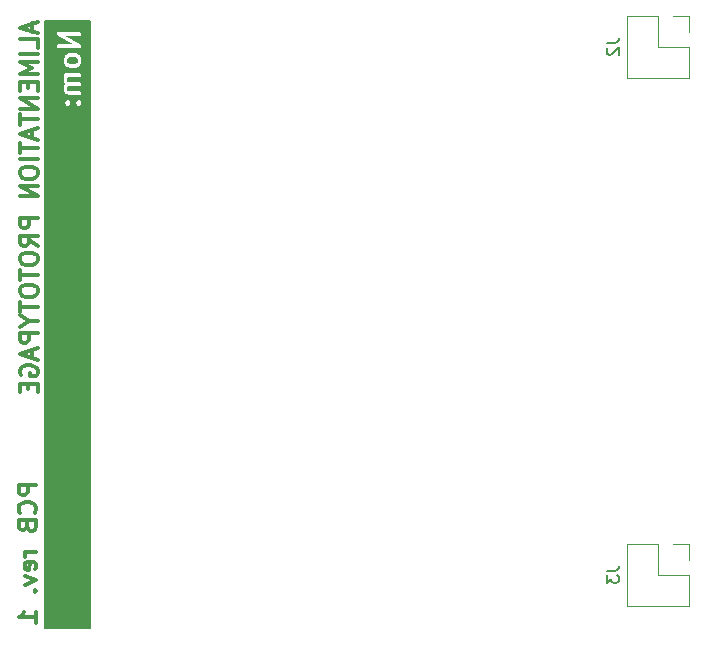
<source format=gbr>
%TF.GenerationSoftware,KiCad,Pcbnew,7.0.2*%
%TF.CreationDate,2023-05-18T12:22:54-04:00*%
%TF.ProjectId,breadboard_psu,62726561-6462-46f6-9172-645f7073752e,A*%
%TF.SameCoordinates,Original*%
%TF.FileFunction,Legend,Bot*%
%TF.FilePolarity,Positive*%
%FSLAX46Y46*%
G04 Gerber Fmt 4.6, Leading zero omitted, Abs format (unit mm)*
G04 Created by KiCad (PCBNEW 7.0.2) date 2023-05-18 12:22:54*
%MOMM*%
%LPD*%
G01*
G04 APERTURE LIST*
%ADD10C,0.300000*%
%ADD11C,0.304800*%
%ADD12C,0.150000*%
%ADD13C,0.120000*%
G04 APERTURE END LIST*
D10*
X94064328Y-109991429D02*
X92564328Y-109991429D01*
X92564328Y-109991429D02*
X92564328Y-110562858D01*
X92564328Y-110562858D02*
X92635757Y-110705715D01*
X92635757Y-110705715D02*
X92707185Y-110777144D01*
X92707185Y-110777144D02*
X92850042Y-110848572D01*
X92850042Y-110848572D02*
X93064328Y-110848572D01*
X93064328Y-110848572D02*
X93207185Y-110777144D01*
X93207185Y-110777144D02*
X93278614Y-110705715D01*
X93278614Y-110705715D02*
X93350042Y-110562858D01*
X93350042Y-110562858D02*
X93350042Y-109991429D01*
X93921471Y-112348572D02*
X93992900Y-112277144D01*
X93992900Y-112277144D02*
X94064328Y-112062858D01*
X94064328Y-112062858D02*
X94064328Y-111920001D01*
X94064328Y-111920001D02*
X93992900Y-111705715D01*
X93992900Y-111705715D02*
X93850042Y-111562858D01*
X93850042Y-111562858D02*
X93707185Y-111491429D01*
X93707185Y-111491429D02*
X93421471Y-111420001D01*
X93421471Y-111420001D02*
X93207185Y-111420001D01*
X93207185Y-111420001D02*
X92921471Y-111491429D01*
X92921471Y-111491429D02*
X92778614Y-111562858D01*
X92778614Y-111562858D02*
X92635757Y-111705715D01*
X92635757Y-111705715D02*
X92564328Y-111920001D01*
X92564328Y-111920001D02*
X92564328Y-112062858D01*
X92564328Y-112062858D02*
X92635757Y-112277144D01*
X92635757Y-112277144D02*
X92707185Y-112348572D01*
X93278614Y-113491429D02*
X93350042Y-113705715D01*
X93350042Y-113705715D02*
X93421471Y-113777144D01*
X93421471Y-113777144D02*
X93564328Y-113848572D01*
X93564328Y-113848572D02*
X93778614Y-113848572D01*
X93778614Y-113848572D02*
X93921471Y-113777144D01*
X93921471Y-113777144D02*
X93992900Y-113705715D01*
X93992900Y-113705715D02*
X94064328Y-113562858D01*
X94064328Y-113562858D02*
X94064328Y-112991429D01*
X94064328Y-112991429D02*
X92564328Y-112991429D01*
X92564328Y-112991429D02*
X92564328Y-113491429D01*
X92564328Y-113491429D02*
X92635757Y-113634287D01*
X92635757Y-113634287D02*
X92707185Y-113705715D01*
X92707185Y-113705715D02*
X92850042Y-113777144D01*
X92850042Y-113777144D02*
X92992900Y-113777144D01*
X92992900Y-113777144D02*
X93135757Y-113705715D01*
X93135757Y-113705715D02*
X93207185Y-113634287D01*
X93207185Y-113634287D02*
X93278614Y-113491429D01*
X93278614Y-113491429D02*
X93278614Y-112991429D01*
X94064328Y-115634286D02*
X93064328Y-115634286D01*
X93350042Y-115634286D02*
X93207185Y-115705715D01*
X93207185Y-115705715D02*
X93135757Y-115777144D01*
X93135757Y-115777144D02*
X93064328Y-115920001D01*
X93064328Y-115920001D02*
X93064328Y-116062858D01*
X93992900Y-117134286D02*
X94064328Y-116991429D01*
X94064328Y-116991429D02*
X94064328Y-116705715D01*
X94064328Y-116705715D02*
X93992900Y-116562857D01*
X93992900Y-116562857D02*
X93850042Y-116491429D01*
X93850042Y-116491429D02*
X93278614Y-116491429D01*
X93278614Y-116491429D02*
X93135757Y-116562857D01*
X93135757Y-116562857D02*
X93064328Y-116705715D01*
X93064328Y-116705715D02*
X93064328Y-116991429D01*
X93064328Y-116991429D02*
X93135757Y-117134286D01*
X93135757Y-117134286D02*
X93278614Y-117205715D01*
X93278614Y-117205715D02*
X93421471Y-117205715D01*
X93421471Y-117205715D02*
X93564328Y-116491429D01*
X93064328Y-117705714D02*
X94064328Y-118062857D01*
X94064328Y-118062857D02*
X93064328Y-118420000D01*
X93921471Y-118991428D02*
X93992900Y-119062857D01*
X93992900Y-119062857D02*
X94064328Y-118991428D01*
X94064328Y-118991428D02*
X93992900Y-118920000D01*
X93992900Y-118920000D02*
X93921471Y-118991428D01*
X93921471Y-118991428D02*
X94064328Y-118991428D01*
X94064328Y-121634286D02*
X94064328Y-120777143D01*
X94064328Y-121205714D02*
X92564328Y-121205714D01*
X92564328Y-121205714D02*
X92778614Y-121062857D01*
X92778614Y-121062857D02*
X92921471Y-120920000D01*
X92921471Y-120920000D02*
X92992900Y-120777143D01*
D11*
G36*
X97465198Y-73785250D02*
G01*
X97514890Y-73834942D01*
X97572407Y-73949975D01*
X97572407Y-74132022D01*
X97514890Y-74247057D01*
X97465198Y-74296749D01*
X97350165Y-74354267D01*
X96914117Y-74354267D01*
X96799083Y-74296749D01*
X96749390Y-74247056D01*
X96691874Y-74132023D01*
X96691874Y-73949976D01*
X96749391Y-73834942D01*
X96799083Y-73785250D01*
X96914117Y-73727733D01*
X97350164Y-73727733D01*
X97465198Y-73785250D01*
G37*
G36*
X98653600Y-79180268D02*
G01*
X94691200Y-79180268D01*
X94691200Y-77628002D01*
X96465712Y-77628002D01*
X96469379Y-77644861D01*
X96466924Y-77661938D01*
X96474091Y-77677632D01*
X96475322Y-77694841D01*
X96482270Y-77704122D01*
X96484735Y-77715454D01*
X96496934Y-77727654D01*
X96504102Y-77743348D01*
X96518617Y-77752676D01*
X96528956Y-77766487D01*
X96539819Y-77770538D01*
X96593336Y-77824055D01*
X96613621Y-77851154D01*
X96645333Y-77862982D01*
X96675043Y-77879205D01*
X96686611Y-77878377D01*
X96697476Y-77882430D01*
X96730547Y-77875235D01*
X96764313Y-77872821D01*
X96773597Y-77865870D01*
X96784928Y-77863406D01*
X96808860Y-77839473D01*
X96835959Y-77819188D01*
X96840012Y-77808321D01*
X96873731Y-77774602D01*
X96879346Y-77772954D01*
X96897922Y-77751515D01*
X96920626Y-77734520D01*
X96926655Y-77718355D01*
X96937954Y-77705316D01*
X96940409Y-77688240D01*
X96948678Y-77673097D01*
X96947850Y-77661529D01*
X96951903Y-77650665D01*
X96948235Y-77633806D01*
X96949070Y-77628003D01*
X97397045Y-77628003D01*
X97400712Y-77644861D01*
X97398257Y-77661938D01*
X97405424Y-77677632D01*
X97406655Y-77694840D01*
X97413603Y-77704122D01*
X97416069Y-77715455D01*
X97428267Y-77727653D01*
X97435435Y-77743348D01*
X97449949Y-77752675D01*
X97460288Y-77766487D01*
X97471153Y-77770539D01*
X97524672Y-77824058D01*
X97544956Y-77851154D01*
X97576667Y-77862981D01*
X97606378Y-77879205D01*
X97617945Y-77878377D01*
X97628811Y-77882430D01*
X97661887Y-77875234D01*
X97695647Y-77872820D01*
X97704929Y-77865871D01*
X97716263Y-77863406D01*
X97740201Y-77839467D01*
X97767293Y-77819187D01*
X97771345Y-77808323D01*
X97805065Y-77774602D01*
X97810679Y-77772954D01*
X97829252Y-77751518D01*
X97851959Y-77734521D01*
X97857989Y-77718354D01*
X97869287Y-77705316D01*
X97871742Y-77688241D01*
X97880012Y-77673096D01*
X97879184Y-77661530D01*
X97883237Y-77650667D01*
X97879568Y-77633804D01*
X97882024Y-77616730D01*
X97874857Y-77601036D01*
X97873626Y-77583826D01*
X97866677Y-77574544D01*
X97864213Y-77563214D01*
X97852012Y-77551013D01*
X97844846Y-77535320D01*
X97830331Y-77525992D01*
X97819992Y-77512180D01*
X97809127Y-77508127D01*
X97755607Y-77454606D01*
X97735327Y-77427515D01*
X97703619Y-77415688D01*
X97673905Y-77399463D01*
X97662336Y-77400290D01*
X97651472Y-77396238D01*
X97618395Y-77403433D01*
X97584635Y-77405848D01*
X97575352Y-77412796D01*
X97564020Y-77415262D01*
X97540085Y-77439196D01*
X97512989Y-77459480D01*
X97508936Y-77470345D01*
X97475216Y-77504065D01*
X97469602Y-77505714D01*
X97451027Y-77527150D01*
X97428321Y-77544148D01*
X97422291Y-77560313D01*
X97410994Y-77573352D01*
X97408538Y-77590427D01*
X97400270Y-77605571D01*
X97401097Y-77617138D01*
X97397045Y-77628003D01*
X96949070Y-77628003D01*
X96950691Y-77616730D01*
X96943523Y-77601035D01*
X96942293Y-77583828D01*
X96935344Y-77574545D01*
X96932879Y-77563213D01*
X96920680Y-77551014D01*
X96913513Y-77535320D01*
X96898997Y-77525991D01*
X96888660Y-77512182D01*
X96877795Y-77508129D01*
X96824278Y-77454612D01*
X96803992Y-77427513D01*
X96772274Y-77415682D01*
X96742570Y-77399463D01*
X96731004Y-77400290D01*
X96720138Y-77396237D01*
X96687057Y-77403433D01*
X96653301Y-77405848D01*
X96644018Y-77412796D01*
X96632686Y-77415262D01*
X96608752Y-77439196D01*
X96581654Y-77459481D01*
X96577601Y-77470347D01*
X96543883Y-77504065D01*
X96538269Y-77505714D01*
X96519694Y-77527150D01*
X96496989Y-77544147D01*
X96490959Y-77560312D01*
X96479661Y-77573352D01*
X96477205Y-77590428D01*
X96468937Y-77605572D01*
X96469764Y-77617137D01*
X96465712Y-77628002D01*
X94691200Y-77628002D01*
X94691200Y-76301716D01*
X96381557Y-76301716D01*
X96387074Y-76315018D01*
X96387074Y-76530463D01*
X96383151Y-76566798D01*
X96397079Y-76594654D01*
X96405854Y-76624539D01*
X96416736Y-76633968D01*
X96470466Y-76741428D01*
X96470258Y-76747350D01*
X96490298Y-76781091D01*
X96497630Y-76795754D01*
X96501440Y-76799850D01*
X96515961Y-76824298D01*
X96531328Y-76831981D01*
X96543031Y-76844563D01*
X96570579Y-76851607D01*
X96717980Y-76925308D01*
X96748725Y-76945067D01*
X96779871Y-76945067D01*
X96810523Y-76950583D01*
X96823823Y-76945067D01*
X97746719Y-76945067D01*
X97810679Y-76926287D01*
X97869287Y-76858649D01*
X97882024Y-76770063D01*
X97844846Y-76688653D01*
X97769556Y-76640267D01*
X96829451Y-76640267D01*
X96737733Y-76594407D01*
X96691874Y-76502690D01*
X96691874Y-76320643D01*
X96737733Y-76228926D01*
X96829450Y-76183067D01*
X97746719Y-76183067D01*
X97810679Y-76164287D01*
X97869287Y-76096649D01*
X97882024Y-76008063D01*
X97844846Y-75926653D01*
X97769556Y-75878267D01*
X96829451Y-75878267D01*
X96737733Y-75832407D01*
X96691874Y-75740690D01*
X96691874Y-75558643D01*
X96749391Y-75443609D01*
X96771934Y-75421067D01*
X97746719Y-75421067D01*
X97810679Y-75402287D01*
X97869287Y-75334649D01*
X97882024Y-75246063D01*
X97844846Y-75164653D01*
X97769556Y-75116267D01*
X96736305Y-75116267D01*
X96720138Y-75110237D01*
X96692420Y-75116267D01*
X96517562Y-75116267D01*
X96453602Y-75135047D01*
X96394994Y-75202685D01*
X96382257Y-75291271D01*
X96419435Y-75372681D01*
X96438085Y-75384667D01*
X96406832Y-75447173D01*
X96387074Y-75477918D01*
X96387074Y-75509060D01*
X96381557Y-75539716D01*
X96387074Y-75553018D01*
X96387074Y-75768463D01*
X96383151Y-75804798D01*
X96397079Y-75832654D01*
X96405854Y-75862539D01*
X96416736Y-75871968D01*
X96470466Y-75979428D01*
X96470258Y-75985350D01*
X96490298Y-76019091D01*
X96494599Y-76027692D01*
X96487578Y-76034224D01*
X96480533Y-76061772D01*
X96406832Y-76209173D01*
X96387074Y-76239918D01*
X96387074Y-76271060D01*
X96381557Y-76301716D01*
X94691200Y-76301716D01*
X94691200Y-73931049D01*
X96381557Y-73931049D01*
X96387074Y-73944351D01*
X96387074Y-74159796D01*
X96383151Y-74196131D01*
X96397079Y-74223987D01*
X96405854Y-74253872D01*
X96416736Y-74263301D01*
X96479284Y-74388396D01*
X96484735Y-74413453D01*
X96514431Y-74443150D01*
X96543031Y-74473896D01*
X96545915Y-74474633D01*
X96587532Y-74516251D01*
X96600627Y-74538298D01*
X96638176Y-74557072D01*
X96675043Y-74577204D01*
X96678013Y-74576991D01*
X96802647Y-74639308D01*
X96833392Y-74659067D01*
X96864538Y-74659067D01*
X96895190Y-74664583D01*
X96908490Y-74659067D01*
X97377937Y-74659067D01*
X97414272Y-74662990D01*
X97442128Y-74649061D01*
X97472013Y-74640287D01*
X97481442Y-74629404D01*
X97606539Y-74566855D01*
X97631595Y-74561405D01*
X97661287Y-74531712D01*
X97692037Y-74503110D01*
X97692774Y-74500225D01*
X97734391Y-74458608D01*
X97756440Y-74445513D01*
X97775224Y-74407944D01*
X97795345Y-74371096D01*
X97795132Y-74368126D01*
X97857447Y-74243495D01*
X97877207Y-74212749D01*
X97877207Y-74181605D01*
X97882724Y-74150950D01*
X97877207Y-74137648D01*
X97877207Y-73922204D01*
X97881130Y-73885870D01*
X97867202Y-73858013D01*
X97858427Y-73828128D01*
X97847544Y-73818698D01*
X97784996Y-73693599D01*
X97779546Y-73668546D01*
X97749867Y-73638867D01*
X97721252Y-73608104D01*
X97718366Y-73607366D01*
X97676747Y-73565747D01*
X97663654Y-73543702D01*
X97626098Y-73524923D01*
X97589237Y-73504796D01*
X97586267Y-73505008D01*
X97461634Y-73442691D01*
X97430890Y-73422933D01*
X97399747Y-73422933D01*
X97369092Y-73417416D01*
X97355790Y-73422933D01*
X96886345Y-73422933D01*
X96850010Y-73419010D01*
X96822153Y-73432938D01*
X96792269Y-73441713D01*
X96782839Y-73452595D01*
X96657743Y-73515143D01*
X96632686Y-73520595D01*
X96602996Y-73550284D01*
X96572244Y-73578890D01*
X96571506Y-73581775D01*
X96529888Y-73623393D01*
X96507843Y-73636487D01*
X96489065Y-73674040D01*
X96468937Y-73710905D01*
X96469149Y-73713873D01*
X96406832Y-73838506D01*
X96387074Y-73869251D01*
X96387074Y-73900393D01*
X96381557Y-73931049D01*
X94691200Y-73931049D01*
X94691200Y-72835937D01*
X95789590Y-72835937D01*
X95826768Y-72917347D01*
X95902058Y-72965733D01*
X97706929Y-72965733D01*
X97733070Y-72971952D01*
X97771536Y-72958445D01*
X97810679Y-72946953D01*
X97813481Y-72943718D01*
X97817514Y-72942303D01*
X97842569Y-72910149D01*
X97869287Y-72879315D01*
X97869895Y-72875080D01*
X97872524Y-72871708D01*
X97876219Y-72831099D01*
X97882024Y-72790729D01*
X97880247Y-72786838D01*
X97880635Y-72782579D01*
X97861787Y-72746415D01*
X97844846Y-72709319D01*
X97841247Y-72707006D01*
X97839271Y-72703214D01*
X97803863Y-72682981D01*
X97769556Y-72660933D01*
X97765279Y-72660933D01*
X96520680Y-71949733D01*
X97746719Y-71949733D01*
X97810679Y-71930953D01*
X97869287Y-71863315D01*
X97882024Y-71774729D01*
X97844846Y-71693319D01*
X97769556Y-71644933D01*
X95964686Y-71644933D01*
X95938543Y-71638714D01*
X95900062Y-71652224D01*
X95860935Y-71663713D01*
X95858134Y-71666945D01*
X95854099Y-71668362D01*
X95829031Y-71700532D01*
X95802327Y-71731351D01*
X95801718Y-71735583D01*
X95799090Y-71738957D01*
X95795394Y-71779568D01*
X95789590Y-71819937D01*
X95791366Y-71823827D01*
X95790979Y-71828086D01*
X95809827Y-71864252D01*
X95826768Y-71901347D01*
X95830365Y-71903658D01*
X95832342Y-71907452D01*
X95867757Y-71927689D01*
X95902058Y-71949733D01*
X95906334Y-71949733D01*
X97150935Y-72660933D01*
X95924895Y-72660933D01*
X95860935Y-72679713D01*
X95802327Y-72747351D01*
X95789590Y-72835937D01*
X94691200Y-72835937D01*
X94691200Y-70662800D01*
X98653600Y-70662800D01*
X98653600Y-79180268D01*
G37*
D10*
X93737357Y-70897714D02*
X93737357Y-71612000D01*
X94165928Y-70754857D02*
X92665928Y-71254857D01*
X92665928Y-71254857D02*
X94165928Y-71754857D01*
X94165928Y-72969142D02*
X94165928Y-72254856D01*
X94165928Y-72254856D02*
X92665928Y-72254856D01*
X94165928Y-73469142D02*
X92665928Y-73469142D01*
X94165928Y-74183428D02*
X92665928Y-74183428D01*
X92665928Y-74183428D02*
X93737357Y-74683428D01*
X93737357Y-74683428D02*
X92665928Y-75183428D01*
X92665928Y-75183428D02*
X94165928Y-75183428D01*
X93380214Y-75897714D02*
X93380214Y-76397714D01*
X94165928Y-76612000D02*
X94165928Y-75897714D01*
X94165928Y-75897714D02*
X92665928Y-75897714D01*
X92665928Y-75897714D02*
X92665928Y-76612000D01*
X94165928Y-77254857D02*
X92665928Y-77254857D01*
X92665928Y-77254857D02*
X94165928Y-78112000D01*
X94165928Y-78112000D02*
X92665928Y-78112000D01*
X92665928Y-78612001D02*
X92665928Y-79469144D01*
X94165928Y-79040572D02*
X92665928Y-79040572D01*
X93737357Y-79897715D02*
X93737357Y-80612001D01*
X94165928Y-79754858D02*
X92665928Y-80254858D01*
X92665928Y-80254858D02*
X94165928Y-80754858D01*
X92665928Y-81040572D02*
X92665928Y-81897715D01*
X94165928Y-81469143D02*
X92665928Y-81469143D01*
X94165928Y-82397714D02*
X92665928Y-82397714D01*
X92665928Y-83397715D02*
X92665928Y-83683429D01*
X92665928Y-83683429D02*
X92737357Y-83826286D01*
X92737357Y-83826286D02*
X92880214Y-83969143D01*
X92880214Y-83969143D02*
X93165928Y-84040572D01*
X93165928Y-84040572D02*
X93665928Y-84040572D01*
X93665928Y-84040572D02*
X93951642Y-83969143D01*
X93951642Y-83969143D02*
X94094500Y-83826286D01*
X94094500Y-83826286D02*
X94165928Y-83683429D01*
X94165928Y-83683429D02*
X94165928Y-83397715D01*
X94165928Y-83397715D02*
X94094500Y-83254858D01*
X94094500Y-83254858D02*
X93951642Y-83112000D01*
X93951642Y-83112000D02*
X93665928Y-83040572D01*
X93665928Y-83040572D02*
X93165928Y-83040572D01*
X93165928Y-83040572D02*
X92880214Y-83112000D01*
X92880214Y-83112000D02*
X92737357Y-83254858D01*
X92737357Y-83254858D02*
X92665928Y-83397715D01*
X94165928Y-84683429D02*
X92665928Y-84683429D01*
X92665928Y-84683429D02*
X94165928Y-85540572D01*
X94165928Y-85540572D02*
X92665928Y-85540572D01*
X94165928Y-87397715D02*
X92665928Y-87397715D01*
X92665928Y-87397715D02*
X92665928Y-87969144D01*
X92665928Y-87969144D02*
X92737357Y-88112001D01*
X92737357Y-88112001D02*
X92808785Y-88183430D01*
X92808785Y-88183430D02*
X92951642Y-88254858D01*
X92951642Y-88254858D02*
X93165928Y-88254858D01*
X93165928Y-88254858D02*
X93308785Y-88183430D01*
X93308785Y-88183430D02*
X93380214Y-88112001D01*
X93380214Y-88112001D02*
X93451642Y-87969144D01*
X93451642Y-87969144D02*
X93451642Y-87397715D01*
X94165928Y-89754858D02*
X93451642Y-89254858D01*
X94165928Y-88897715D02*
X92665928Y-88897715D01*
X92665928Y-88897715D02*
X92665928Y-89469144D01*
X92665928Y-89469144D02*
X92737357Y-89612001D01*
X92737357Y-89612001D02*
X92808785Y-89683430D01*
X92808785Y-89683430D02*
X92951642Y-89754858D01*
X92951642Y-89754858D02*
X93165928Y-89754858D01*
X93165928Y-89754858D02*
X93308785Y-89683430D01*
X93308785Y-89683430D02*
X93380214Y-89612001D01*
X93380214Y-89612001D02*
X93451642Y-89469144D01*
X93451642Y-89469144D02*
X93451642Y-88897715D01*
X92665928Y-90683430D02*
X92665928Y-90969144D01*
X92665928Y-90969144D02*
X92737357Y-91112001D01*
X92737357Y-91112001D02*
X92880214Y-91254858D01*
X92880214Y-91254858D02*
X93165928Y-91326287D01*
X93165928Y-91326287D02*
X93665928Y-91326287D01*
X93665928Y-91326287D02*
X93951642Y-91254858D01*
X93951642Y-91254858D02*
X94094500Y-91112001D01*
X94094500Y-91112001D02*
X94165928Y-90969144D01*
X94165928Y-90969144D02*
X94165928Y-90683430D01*
X94165928Y-90683430D02*
X94094500Y-90540573D01*
X94094500Y-90540573D02*
X93951642Y-90397715D01*
X93951642Y-90397715D02*
X93665928Y-90326287D01*
X93665928Y-90326287D02*
X93165928Y-90326287D01*
X93165928Y-90326287D02*
X92880214Y-90397715D01*
X92880214Y-90397715D02*
X92737357Y-90540573D01*
X92737357Y-90540573D02*
X92665928Y-90683430D01*
X92665928Y-91754859D02*
X92665928Y-92612002D01*
X94165928Y-92183430D02*
X92665928Y-92183430D01*
X92665928Y-93397716D02*
X92665928Y-93683430D01*
X92665928Y-93683430D02*
X92737357Y-93826287D01*
X92737357Y-93826287D02*
X92880214Y-93969144D01*
X92880214Y-93969144D02*
X93165928Y-94040573D01*
X93165928Y-94040573D02*
X93665928Y-94040573D01*
X93665928Y-94040573D02*
X93951642Y-93969144D01*
X93951642Y-93969144D02*
X94094500Y-93826287D01*
X94094500Y-93826287D02*
X94165928Y-93683430D01*
X94165928Y-93683430D02*
X94165928Y-93397716D01*
X94165928Y-93397716D02*
X94094500Y-93254859D01*
X94094500Y-93254859D02*
X93951642Y-93112001D01*
X93951642Y-93112001D02*
X93665928Y-93040573D01*
X93665928Y-93040573D02*
X93165928Y-93040573D01*
X93165928Y-93040573D02*
X92880214Y-93112001D01*
X92880214Y-93112001D02*
X92737357Y-93254859D01*
X92737357Y-93254859D02*
X92665928Y-93397716D01*
X92665928Y-94469145D02*
X92665928Y-95326288D01*
X94165928Y-94897716D02*
X92665928Y-94897716D01*
X93451642Y-96112002D02*
X94165928Y-96112002D01*
X92665928Y-95612002D02*
X93451642Y-96112002D01*
X93451642Y-96112002D02*
X92665928Y-96612002D01*
X94165928Y-97112001D02*
X92665928Y-97112001D01*
X92665928Y-97112001D02*
X92665928Y-97683430D01*
X92665928Y-97683430D02*
X92737357Y-97826287D01*
X92737357Y-97826287D02*
X92808785Y-97897716D01*
X92808785Y-97897716D02*
X92951642Y-97969144D01*
X92951642Y-97969144D02*
X93165928Y-97969144D01*
X93165928Y-97969144D02*
X93308785Y-97897716D01*
X93308785Y-97897716D02*
X93380214Y-97826287D01*
X93380214Y-97826287D02*
X93451642Y-97683430D01*
X93451642Y-97683430D02*
X93451642Y-97112001D01*
X93737357Y-98540573D02*
X93737357Y-99254859D01*
X94165928Y-98397716D02*
X92665928Y-98897716D01*
X92665928Y-98897716D02*
X94165928Y-99397716D01*
X92737357Y-100683430D02*
X92665928Y-100540573D01*
X92665928Y-100540573D02*
X92665928Y-100326287D01*
X92665928Y-100326287D02*
X92737357Y-100112001D01*
X92737357Y-100112001D02*
X92880214Y-99969144D01*
X92880214Y-99969144D02*
X93023071Y-99897715D01*
X93023071Y-99897715D02*
X93308785Y-99826287D01*
X93308785Y-99826287D02*
X93523071Y-99826287D01*
X93523071Y-99826287D02*
X93808785Y-99897715D01*
X93808785Y-99897715D02*
X93951642Y-99969144D01*
X93951642Y-99969144D02*
X94094500Y-100112001D01*
X94094500Y-100112001D02*
X94165928Y-100326287D01*
X94165928Y-100326287D02*
X94165928Y-100469144D01*
X94165928Y-100469144D02*
X94094500Y-100683430D01*
X94094500Y-100683430D02*
X94023071Y-100754858D01*
X94023071Y-100754858D02*
X93523071Y-100754858D01*
X93523071Y-100754858D02*
X93523071Y-100469144D01*
X93380214Y-101397715D02*
X93380214Y-101897715D01*
X94165928Y-102112001D02*
X94165928Y-101397715D01*
X94165928Y-101397715D02*
X92665928Y-101397715D01*
X92665928Y-101397715D02*
X92665928Y-102112001D01*
D12*
%TO.C,J3*%
X142363019Y-117268666D02*
X143077304Y-117268666D01*
X143077304Y-117268666D02*
X143220161Y-117221047D01*
X143220161Y-117221047D02*
X143315400Y-117125809D01*
X143315400Y-117125809D02*
X143363019Y-116982952D01*
X143363019Y-116982952D02*
X143363019Y-116887714D01*
X142363019Y-117649619D02*
X142363019Y-118268666D01*
X142363019Y-118268666D02*
X142743971Y-117935333D01*
X142743971Y-117935333D02*
X142743971Y-118078190D01*
X142743971Y-118078190D02*
X142791590Y-118173428D01*
X142791590Y-118173428D02*
X142839209Y-118221047D01*
X142839209Y-118221047D02*
X142934447Y-118268666D01*
X142934447Y-118268666D02*
X143172542Y-118268666D01*
X143172542Y-118268666D02*
X143267780Y-118221047D01*
X143267780Y-118221047D02*
X143315400Y-118173428D01*
X143315400Y-118173428D02*
X143363019Y-118078190D01*
X143363019Y-118078190D02*
X143363019Y-117792476D01*
X143363019Y-117792476D02*
X143315400Y-117697238D01*
X143315400Y-117697238D02*
X143267780Y-117649619D01*
%TO.C,J2*%
X142363019Y-72564666D02*
X143077304Y-72564666D01*
X143077304Y-72564666D02*
X143220161Y-72517047D01*
X143220161Y-72517047D02*
X143315400Y-72421809D01*
X143315400Y-72421809D02*
X143363019Y-72278952D01*
X143363019Y-72278952D02*
X143363019Y-72183714D01*
X142458257Y-72993238D02*
X142410638Y-73040857D01*
X142410638Y-73040857D02*
X142363019Y-73136095D01*
X142363019Y-73136095D02*
X142363019Y-73374190D01*
X142363019Y-73374190D02*
X142410638Y-73469428D01*
X142410638Y-73469428D02*
X142458257Y-73517047D01*
X142458257Y-73517047D02*
X142553495Y-73564666D01*
X142553495Y-73564666D02*
X142648733Y-73564666D01*
X142648733Y-73564666D02*
X142791590Y-73517047D01*
X142791590Y-73517047D02*
X143363019Y-72945619D01*
X143363019Y-72945619D02*
X143363019Y-73564666D01*
D13*
%TO.C,J3*%
X149310400Y-120202000D02*
X144110400Y-120202000D01*
X149310400Y-117602000D02*
X149310400Y-120202000D01*
X149310400Y-117602000D02*
X146710400Y-117602000D01*
X149310400Y-116332000D02*
X149310400Y-115002000D01*
X149310400Y-115002000D02*
X147980400Y-115002000D01*
X146710400Y-117602000D02*
X146710400Y-115002000D01*
X146710400Y-115002000D02*
X144110400Y-115002000D01*
X144110400Y-115002000D02*
X144110400Y-120202000D01*
%TO.C,J2*%
X149310400Y-75498000D02*
X144110400Y-75498000D01*
X149310400Y-72898000D02*
X149310400Y-75498000D01*
X149310400Y-72898000D02*
X146710400Y-72898000D01*
X149310400Y-71628000D02*
X149310400Y-70298000D01*
X149310400Y-70298000D02*
X147980400Y-70298000D01*
X146710400Y-72898000D02*
X146710400Y-70298000D01*
X146710400Y-70298000D02*
X144110400Y-70298000D01*
X144110400Y-70298000D02*
X144110400Y-75498000D01*
%TD*%
G36*
X98647439Y-70631685D02*
G01*
X98693194Y-70684489D01*
X98704400Y-70736000D01*
X98704400Y-122050000D01*
X98684715Y-122117039D01*
X98631911Y-122162794D01*
X98580400Y-122174000D01*
X94866000Y-122174000D01*
X94798961Y-122154315D01*
X94753206Y-122101511D01*
X94742000Y-122050000D01*
X94742000Y-71120000D01*
X95148400Y-71120000D01*
X95148400Y-78723068D01*
X98196400Y-78723068D01*
X98196400Y-71120000D01*
X95148400Y-71120000D01*
X94742000Y-71120000D01*
X94742000Y-70736000D01*
X94761685Y-70668961D01*
X94814489Y-70623206D01*
X94866000Y-70612000D01*
X98580400Y-70612000D01*
X98647439Y-70631685D01*
G37*
M02*

</source>
